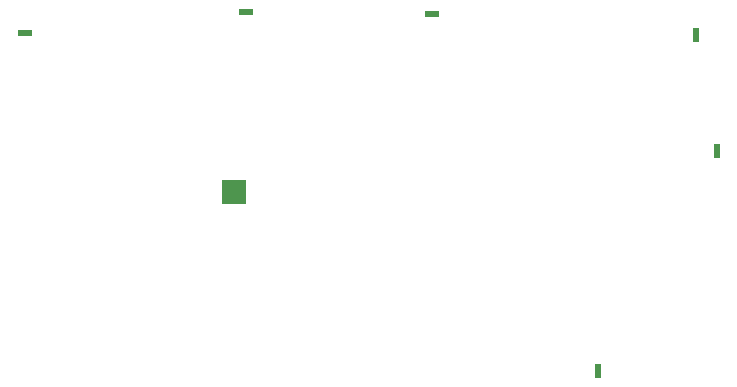
<source format=gbp>
G04 (created by PCBNEW (2013-08-24 BZR 4298)-stable) date Sat 23 Aug 2014 12:07:27 PM PDT*
%MOIN*%
G04 Gerber Fmt 3.4, Leading zero omitted, Abs format*
%FSLAX34Y34*%
G01*
G70*
G90*
G04 APERTURE LIST*
%ADD10C,0.005906*%
%ADD11R,0.078720X0.078720*%
%ADD12R,0.047244X0.021260*%
%ADD13R,0.021260X0.047244*%
G04 APERTURE END LIST*
G54D10*
G54D11*
X50003Y-35208D03*
G54D12*
X43031Y-29921D03*
X56594Y-29291D03*
G54D13*
X66102Y-33858D03*
X65413Y-29980D03*
X62129Y-41169D03*
G54D12*
X50393Y-29212D03*
M02*

</source>
